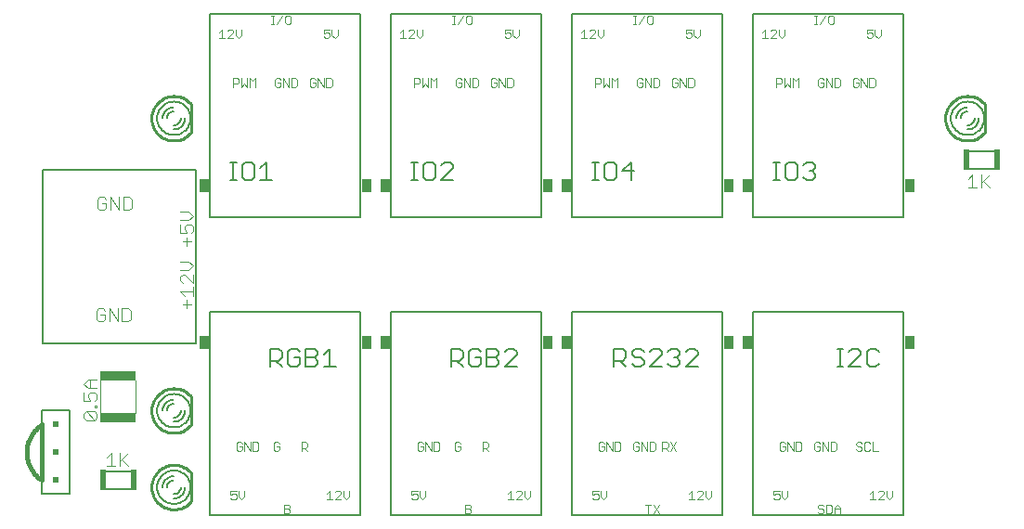
<source format=gto>
G75*
G70*
%OFA0B0*%
%FSLAX24Y24*%
%IPPOS*%
%LPD*%
%AMOC8*
5,1,8,0,0,1.08239X$1,22.5*
%
%ADD10C,0.0050*%
%ADD11C,0.0160*%
%ADD12R,0.0200X0.0200*%
%ADD13C,0.0080*%
%ADD14C,0.0060*%
%ADD15C,0.0010*%
%ADD16R,0.0364X0.0450*%
%ADD17C,0.0040*%
%ADD18C,0.0100*%
%ADD19R,0.0230X0.0720*%
%ADD20R,0.1299X0.0374*%
D10*
X000800Y003485D02*
X001800Y003485D01*
X001800Y006485D01*
X000800Y006485D01*
X000800Y005985D01*
X000800Y003985D02*
X000800Y003485D01*
X000826Y008914D02*
X006337Y008914D01*
X006337Y015135D01*
X000826Y015135D01*
X000826Y008914D01*
D11*
X000800Y005985D02*
X000800Y003985D01*
X000745Y004024D01*
X000692Y004066D01*
X000642Y004111D01*
X000594Y004159D01*
X000549Y004209D01*
X000507Y004262D01*
X000468Y004317D01*
X000432Y004374D01*
X000399Y004433D01*
X000370Y004494D01*
X000344Y004556D01*
X000322Y004620D01*
X000303Y004684D01*
X000288Y004750D01*
X000277Y004817D01*
X000269Y004884D01*
X000265Y004951D01*
X000265Y005019D01*
X000269Y005086D01*
X000277Y005153D01*
X000288Y005220D01*
X000303Y005286D01*
X000322Y005350D01*
X000344Y005414D01*
X000370Y005476D01*
X000399Y005537D01*
X000432Y005596D01*
X000468Y005653D01*
X000507Y005708D01*
X000549Y005761D01*
X000594Y005811D01*
X000642Y005859D01*
X000692Y005904D01*
X000745Y005946D01*
X000800Y005985D01*
D12*
X001300Y005985D03*
X001300Y004985D03*
X001300Y003985D03*
D13*
X006843Y002726D02*
X006843Y010049D01*
X012257Y010049D01*
X012257Y002726D01*
X006843Y002726D01*
X013343Y002726D02*
X013343Y010049D01*
X018757Y010049D01*
X018757Y002726D01*
X013343Y002726D01*
X019843Y002726D02*
X019843Y010049D01*
X025257Y010049D01*
X025257Y002726D01*
X019843Y002726D01*
X026343Y002726D02*
X026343Y010049D01*
X031757Y010049D01*
X031757Y002726D01*
X026343Y002726D01*
X026343Y013421D02*
X026343Y020745D01*
X031757Y020745D01*
X031757Y013421D01*
X026343Y013421D01*
X025257Y013421D02*
X025257Y020745D01*
X019843Y020745D01*
X019843Y013421D01*
X025257Y013421D01*
X018757Y013421D02*
X018757Y020745D01*
X013343Y020745D01*
X013343Y013421D01*
X018757Y013421D01*
X012257Y013421D02*
X012257Y020745D01*
X006843Y020745D01*
X006843Y013421D01*
X012257Y013421D01*
D14*
X014080Y014765D02*
X014294Y014765D01*
X014187Y014765D02*
X014187Y015406D01*
X014080Y015406D02*
X014294Y015406D01*
X014510Y015299D02*
X014510Y014872D01*
X014616Y014765D01*
X014830Y014765D01*
X014937Y014872D01*
X014937Y015299D01*
X014830Y015406D01*
X014616Y015406D01*
X014510Y015299D01*
X015154Y015299D02*
X015261Y015406D01*
X015475Y015406D01*
X015581Y015299D01*
X015581Y015192D01*
X015154Y014765D01*
X015581Y014765D01*
X020580Y014765D02*
X020794Y014765D01*
X020687Y014765D02*
X020687Y015406D01*
X020580Y015406D02*
X020794Y015406D01*
X021010Y015299D02*
X021010Y014872D01*
X021116Y014765D01*
X021330Y014765D01*
X021437Y014872D01*
X021437Y015299D01*
X021330Y015406D01*
X021116Y015406D01*
X021010Y015299D01*
X021654Y015085D02*
X022081Y015085D01*
X021975Y014765D02*
X021975Y015406D01*
X021654Y015085D01*
X027080Y014765D02*
X027294Y014765D01*
X027187Y014765D02*
X027187Y015406D01*
X027080Y015406D02*
X027294Y015406D01*
X027510Y015299D02*
X027510Y014872D01*
X027616Y014765D01*
X027830Y014765D01*
X027937Y014872D01*
X027937Y015299D01*
X027830Y015406D01*
X027616Y015406D01*
X027510Y015299D01*
X028154Y015299D02*
X028261Y015406D01*
X028475Y015406D01*
X028581Y015299D01*
X028581Y015192D01*
X028475Y015085D01*
X028581Y014979D01*
X028581Y014872D01*
X028475Y014765D01*
X028261Y014765D01*
X028154Y014872D01*
X028368Y015085D02*
X028475Y015085D01*
X034100Y015155D02*
X035000Y015155D01*
X035000Y015815D02*
X034100Y015815D01*
X033602Y016586D02*
X033571Y016624D01*
X033543Y016664D01*
X033519Y016706D01*
X033498Y016749D01*
X033481Y016795D01*
X033468Y016841D01*
X033458Y016889D01*
X033452Y016937D01*
X033450Y016985D01*
X034050Y017585D02*
X034097Y017583D01*
X034145Y017577D01*
X034191Y017568D01*
X034237Y017555D01*
X034281Y017539D01*
X034325Y017518D01*
X034366Y017495D01*
X034405Y017469D01*
X034442Y017439D01*
X034477Y017406D01*
X034509Y017371D01*
X034538Y017334D01*
X034050Y016385D02*
X034005Y016387D01*
X033959Y016392D01*
X033915Y016400D01*
X033871Y016412D01*
X033828Y016428D01*
X033786Y016446D01*
X033746Y016468D01*
X033708Y016492D01*
X033672Y016519D01*
X033637Y016549D01*
X033606Y016582D01*
X033576Y016617D01*
X034650Y016985D02*
X034648Y017032D01*
X034643Y017079D01*
X034633Y017125D01*
X034620Y017171D01*
X034604Y017215D01*
X034584Y017258D01*
X034561Y017299D01*
X034535Y017338D01*
X034506Y017375D01*
X034450Y016985D02*
X034448Y016946D01*
X034442Y016907D01*
X034433Y016869D01*
X034420Y016832D01*
X034403Y016796D01*
X034383Y016763D01*
X034359Y016731D01*
X034333Y016702D01*
X034304Y016676D01*
X034272Y016652D01*
X034239Y016632D01*
X034203Y016615D01*
X034166Y016602D01*
X034128Y016593D01*
X034089Y016587D01*
X034050Y016585D01*
X033450Y016985D02*
X033452Y017031D01*
X033457Y017077D01*
X033466Y017123D01*
X033478Y017167D01*
X033494Y017211D01*
X033513Y017253D01*
X033535Y017294D01*
X033561Y017332D01*
X033589Y017369D01*
X034050Y016385D02*
X034095Y016387D01*
X034141Y016392D01*
X034185Y016400D01*
X034229Y016412D01*
X034272Y016428D01*
X034314Y016446D01*
X034354Y016468D01*
X034392Y016492D01*
X034428Y016519D01*
X034463Y016549D01*
X034494Y016582D01*
X034524Y016617D01*
X034300Y016985D02*
X034298Y016955D01*
X034293Y016925D01*
X034284Y016896D01*
X034271Y016869D01*
X034256Y016843D01*
X034237Y016819D01*
X034216Y016798D01*
X034192Y016779D01*
X034166Y016764D01*
X034139Y016751D01*
X034110Y016742D01*
X034080Y016737D01*
X034050Y016735D01*
X033570Y017345D02*
X033599Y017381D01*
X033631Y017415D01*
X033666Y017446D01*
X033702Y017474D01*
X033741Y017499D01*
X033782Y017522D01*
X033824Y017541D01*
X033867Y017557D01*
X033912Y017569D01*
X033958Y017578D01*
X034004Y017583D01*
X034050Y017585D01*
X034650Y016985D02*
X034648Y016939D01*
X034643Y016893D01*
X034634Y016847D01*
X034622Y016803D01*
X034606Y016759D01*
X034587Y016717D01*
X034565Y016676D01*
X034539Y016638D01*
X034511Y016601D01*
X034050Y017385D02*
X034011Y017383D01*
X033972Y017377D01*
X033934Y017368D01*
X033897Y017355D01*
X033861Y017338D01*
X033828Y017318D01*
X033796Y017294D01*
X033767Y017268D01*
X033741Y017239D01*
X033717Y017207D01*
X033697Y017174D01*
X033680Y017138D01*
X033667Y017101D01*
X033658Y017063D01*
X033652Y017024D01*
X033650Y016985D01*
X033800Y016985D02*
X033802Y017015D01*
X033807Y017045D01*
X033816Y017074D01*
X033829Y017101D01*
X033844Y017127D01*
X033863Y017151D01*
X033884Y017172D01*
X033908Y017191D01*
X033934Y017206D01*
X033961Y017219D01*
X033990Y017228D01*
X034020Y017233D01*
X034050Y017235D01*
X030756Y008706D02*
X030542Y008706D01*
X030435Y008599D01*
X030435Y008172D01*
X030542Y008065D01*
X030756Y008065D01*
X030862Y008172D01*
X030218Y008065D02*
X029791Y008065D01*
X030218Y008492D01*
X030218Y008599D01*
X030111Y008706D01*
X029898Y008706D01*
X029791Y008599D01*
X029575Y008706D02*
X029361Y008706D01*
X029468Y008706D02*
X029468Y008065D01*
X029361Y008065D02*
X029575Y008065D01*
X030756Y008706D02*
X030862Y008599D01*
X024362Y008492D02*
X024362Y008599D01*
X024256Y008706D01*
X024042Y008706D01*
X023935Y008599D01*
X023718Y008599D02*
X023718Y008492D01*
X023611Y008385D01*
X023718Y008279D01*
X023718Y008172D01*
X023611Y008065D01*
X023398Y008065D01*
X023291Y008172D01*
X023073Y008065D02*
X022646Y008065D01*
X023073Y008492D01*
X023073Y008599D01*
X022967Y008706D01*
X022753Y008706D01*
X022646Y008599D01*
X022429Y008599D02*
X022322Y008706D01*
X022109Y008706D01*
X022002Y008599D01*
X022002Y008492D01*
X022109Y008385D01*
X022322Y008385D01*
X022429Y008279D01*
X022429Y008172D01*
X022322Y008065D01*
X022109Y008065D01*
X022002Y008172D01*
X021784Y008065D02*
X021571Y008279D01*
X021678Y008279D02*
X021357Y008279D01*
X021357Y008065D02*
X021357Y008706D01*
X021678Y008706D01*
X021784Y008599D01*
X021784Y008385D01*
X021678Y008279D01*
X023291Y008599D02*
X023398Y008706D01*
X023611Y008706D01*
X023718Y008599D01*
X023611Y008385D02*
X023504Y008385D01*
X023935Y008065D02*
X024362Y008492D01*
X024362Y008065D02*
X023935Y008065D01*
X017862Y008065D02*
X017435Y008065D01*
X017862Y008492D01*
X017862Y008599D01*
X017756Y008706D01*
X017542Y008706D01*
X017435Y008599D01*
X017218Y008599D02*
X017218Y008492D01*
X017111Y008385D01*
X016791Y008385D01*
X016573Y008385D02*
X016573Y008172D01*
X016467Y008065D01*
X016253Y008065D01*
X016146Y008172D01*
X016146Y008599D01*
X016253Y008706D01*
X016467Y008706D01*
X016573Y008599D01*
X016573Y008385D02*
X016360Y008385D01*
X015929Y008385D02*
X015929Y008599D01*
X015822Y008706D01*
X015502Y008706D01*
X015502Y008065D01*
X015502Y008279D02*
X015822Y008279D01*
X015929Y008385D01*
X015715Y008279D02*
X015929Y008065D01*
X016791Y008065D02*
X017111Y008065D01*
X017218Y008172D01*
X017218Y008279D01*
X017111Y008385D01*
X017218Y008599D02*
X017111Y008706D01*
X016791Y008706D01*
X016791Y008065D01*
X011362Y008065D02*
X010935Y008065D01*
X011149Y008065D02*
X011149Y008706D01*
X010935Y008492D01*
X010718Y008492D02*
X010718Y008599D01*
X010611Y008706D01*
X010291Y008706D01*
X010291Y008065D01*
X010611Y008065D01*
X010718Y008172D01*
X010718Y008279D01*
X010611Y008385D01*
X010291Y008385D01*
X010073Y008385D02*
X010073Y008172D01*
X009967Y008065D01*
X009753Y008065D01*
X009646Y008172D01*
X009646Y008599D01*
X009753Y008706D01*
X009967Y008706D01*
X010073Y008599D01*
X010073Y008385D02*
X009860Y008385D01*
X009429Y008385D02*
X009429Y008599D01*
X009322Y008706D01*
X009002Y008706D01*
X009002Y008065D01*
X009002Y008279D02*
X009322Y008279D01*
X009429Y008385D01*
X009215Y008279D02*
X009429Y008065D01*
X010611Y008385D02*
X010718Y008492D01*
X005550Y005885D02*
X005505Y005887D01*
X005459Y005892D01*
X005415Y005900D01*
X005371Y005912D01*
X005328Y005928D01*
X005286Y005946D01*
X005246Y005968D01*
X005208Y005992D01*
X005172Y006019D01*
X005137Y006049D01*
X005106Y006082D01*
X005076Y006117D01*
X005102Y006086D02*
X005071Y006124D01*
X005043Y006164D01*
X005019Y006206D01*
X004998Y006249D01*
X004981Y006295D01*
X004968Y006341D01*
X004958Y006389D01*
X004952Y006437D01*
X004950Y006485D01*
X005550Y007085D02*
X005597Y007083D01*
X005645Y007077D01*
X005691Y007068D01*
X005737Y007055D01*
X005781Y007039D01*
X005825Y007018D01*
X005866Y006995D01*
X005905Y006969D01*
X005942Y006939D01*
X005977Y006906D01*
X006009Y006871D01*
X006038Y006834D01*
X006150Y006485D02*
X006148Y006439D01*
X006143Y006393D01*
X006134Y006347D01*
X006122Y006303D01*
X006106Y006259D01*
X006087Y006217D01*
X006065Y006176D01*
X006039Y006138D01*
X006011Y006101D01*
X006150Y006485D02*
X006148Y006532D01*
X006143Y006579D01*
X006133Y006625D01*
X006120Y006671D01*
X006104Y006715D01*
X006084Y006758D01*
X006061Y006799D01*
X006035Y006838D01*
X006006Y006875D01*
X005950Y006485D02*
X005948Y006446D01*
X005942Y006407D01*
X005933Y006369D01*
X005920Y006332D01*
X005903Y006296D01*
X005883Y006263D01*
X005859Y006231D01*
X005833Y006202D01*
X005804Y006176D01*
X005772Y006152D01*
X005739Y006132D01*
X005703Y006115D01*
X005666Y006102D01*
X005628Y006093D01*
X005589Y006087D01*
X005550Y006085D01*
X004950Y006485D02*
X004952Y006531D01*
X004957Y006577D01*
X004966Y006623D01*
X004978Y006667D01*
X004994Y006711D01*
X005013Y006753D01*
X005035Y006794D01*
X005061Y006832D01*
X005089Y006869D01*
X005550Y005885D02*
X005595Y005887D01*
X005641Y005892D01*
X005685Y005900D01*
X005729Y005912D01*
X005772Y005928D01*
X005814Y005946D01*
X005854Y005968D01*
X005892Y005992D01*
X005928Y006019D01*
X005963Y006049D01*
X005994Y006082D01*
X006024Y006117D01*
X005800Y006485D02*
X005798Y006455D01*
X005793Y006425D01*
X005784Y006396D01*
X005771Y006369D01*
X005756Y006343D01*
X005737Y006319D01*
X005716Y006298D01*
X005692Y006279D01*
X005666Y006264D01*
X005639Y006251D01*
X005610Y006242D01*
X005580Y006237D01*
X005550Y006235D01*
X005070Y006845D02*
X005099Y006881D01*
X005131Y006915D01*
X005166Y006946D01*
X005202Y006974D01*
X005241Y006999D01*
X005282Y007022D01*
X005324Y007041D01*
X005367Y007057D01*
X005412Y007069D01*
X005458Y007078D01*
X005504Y007083D01*
X005550Y007085D01*
X005550Y006885D02*
X005511Y006883D01*
X005472Y006877D01*
X005434Y006868D01*
X005397Y006855D01*
X005361Y006838D01*
X005328Y006818D01*
X005296Y006794D01*
X005267Y006768D01*
X005241Y006739D01*
X005217Y006707D01*
X005197Y006674D01*
X005180Y006638D01*
X005167Y006601D01*
X005158Y006563D01*
X005152Y006524D01*
X005150Y006485D01*
X005300Y006485D02*
X005302Y006515D01*
X005307Y006545D01*
X005316Y006574D01*
X005329Y006601D01*
X005344Y006627D01*
X005363Y006651D01*
X005384Y006672D01*
X005408Y006691D01*
X005434Y006706D01*
X005461Y006719D01*
X005490Y006728D01*
X005520Y006733D01*
X005550Y006735D01*
X004000Y004315D02*
X003100Y004315D01*
X003100Y003655D02*
X004000Y003655D01*
X005550Y004335D02*
X005597Y004333D01*
X005645Y004327D01*
X005691Y004318D01*
X005737Y004305D01*
X005781Y004289D01*
X005825Y004268D01*
X005866Y004245D01*
X005905Y004219D01*
X005942Y004189D01*
X005977Y004156D01*
X006009Y004121D01*
X006038Y004084D01*
X005550Y003135D02*
X005505Y003137D01*
X005459Y003142D01*
X005415Y003150D01*
X005371Y003162D01*
X005328Y003178D01*
X005286Y003196D01*
X005246Y003218D01*
X005208Y003242D01*
X005172Y003269D01*
X005137Y003299D01*
X005106Y003332D01*
X005076Y003367D01*
X005102Y003336D02*
X005071Y003374D01*
X005043Y003414D01*
X005019Y003456D01*
X004998Y003499D01*
X004981Y003545D01*
X004968Y003591D01*
X004958Y003639D01*
X004952Y003687D01*
X004950Y003735D01*
X005550Y003135D02*
X005595Y003137D01*
X005641Y003142D01*
X005685Y003150D01*
X005729Y003162D01*
X005772Y003178D01*
X005814Y003196D01*
X005854Y003218D01*
X005892Y003242D01*
X005928Y003269D01*
X005963Y003299D01*
X005994Y003332D01*
X006024Y003367D01*
X006150Y003735D02*
X006148Y003782D01*
X006143Y003829D01*
X006133Y003875D01*
X006120Y003921D01*
X006104Y003965D01*
X006084Y004008D01*
X006061Y004049D01*
X006035Y004088D01*
X006006Y004125D01*
X005950Y003735D02*
X005948Y003696D01*
X005942Y003657D01*
X005933Y003619D01*
X005920Y003582D01*
X005903Y003546D01*
X005883Y003513D01*
X005859Y003481D01*
X005833Y003452D01*
X005804Y003426D01*
X005772Y003402D01*
X005739Y003382D01*
X005703Y003365D01*
X005666Y003352D01*
X005628Y003343D01*
X005589Y003337D01*
X005550Y003335D01*
X004950Y003735D02*
X004952Y003781D01*
X004957Y003827D01*
X004966Y003873D01*
X004978Y003917D01*
X004994Y003961D01*
X005013Y004003D01*
X005035Y004044D01*
X005061Y004082D01*
X005089Y004119D01*
X006150Y003735D02*
X006148Y003689D01*
X006143Y003643D01*
X006134Y003597D01*
X006122Y003553D01*
X006106Y003509D01*
X006087Y003467D01*
X006065Y003426D01*
X006039Y003388D01*
X006011Y003351D01*
X005550Y004335D02*
X005504Y004333D01*
X005458Y004328D01*
X005412Y004319D01*
X005367Y004307D01*
X005324Y004291D01*
X005282Y004272D01*
X005241Y004249D01*
X005202Y004224D01*
X005166Y004196D01*
X005131Y004165D01*
X005099Y004131D01*
X005070Y004095D01*
X005550Y003485D02*
X005580Y003487D01*
X005610Y003492D01*
X005639Y003501D01*
X005666Y003514D01*
X005692Y003529D01*
X005716Y003548D01*
X005737Y003569D01*
X005756Y003593D01*
X005771Y003619D01*
X005784Y003646D01*
X005793Y003675D01*
X005798Y003705D01*
X005800Y003735D01*
X005550Y004135D02*
X005511Y004133D01*
X005472Y004127D01*
X005434Y004118D01*
X005397Y004105D01*
X005361Y004088D01*
X005328Y004068D01*
X005296Y004044D01*
X005267Y004018D01*
X005241Y003989D01*
X005217Y003957D01*
X005197Y003924D01*
X005180Y003888D01*
X005167Y003851D01*
X005158Y003813D01*
X005152Y003774D01*
X005150Y003735D01*
X005300Y003735D02*
X005302Y003765D01*
X005307Y003795D01*
X005316Y003824D01*
X005329Y003851D01*
X005344Y003877D01*
X005363Y003901D01*
X005384Y003922D01*
X005408Y003941D01*
X005434Y003956D01*
X005461Y003969D01*
X005490Y003978D01*
X005520Y003983D01*
X005550Y003985D01*
X007580Y014765D02*
X007794Y014765D01*
X007687Y014765D02*
X007687Y015406D01*
X007580Y015406D02*
X007794Y015406D01*
X008010Y015299D02*
X008010Y014872D01*
X008116Y014765D01*
X008330Y014765D01*
X008437Y014872D01*
X008437Y015299D01*
X008330Y015406D01*
X008116Y015406D01*
X008010Y015299D01*
X008654Y015192D02*
X008868Y015406D01*
X008868Y014765D01*
X009081Y014765D02*
X008654Y014765D01*
X005102Y016586D02*
X005071Y016624D01*
X005043Y016664D01*
X005019Y016706D01*
X004998Y016749D01*
X004981Y016795D01*
X004968Y016841D01*
X004958Y016889D01*
X004952Y016937D01*
X004950Y016985D01*
X005550Y017585D02*
X005597Y017583D01*
X005645Y017577D01*
X005691Y017568D01*
X005737Y017555D01*
X005781Y017539D01*
X005825Y017518D01*
X005866Y017495D01*
X005905Y017469D01*
X005942Y017439D01*
X005977Y017406D01*
X006009Y017371D01*
X006038Y017334D01*
X005550Y016385D02*
X005505Y016387D01*
X005459Y016392D01*
X005415Y016400D01*
X005371Y016412D01*
X005328Y016428D01*
X005286Y016446D01*
X005246Y016468D01*
X005208Y016492D01*
X005172Y016519D01*
X005137Y016549D01*
X005106Y016582D01*
X005076Y016617D01*
X006150Y016985D02*
X006148Y017032D01*
X006143Y017079D01*
X006133Y017125D01*
X006120Y017171D01*
X006104Y017215D01*
X006084Y017258D01*
X006061Y017299D01*
X006035Y017338D01*
X006006Y017375D01*
X005950Y016985D02*
X005948Y016946D01*
X005942Y016907D01*
X005933Y016869D01*
X005920Y016832D01*
X005903Y016796D01*
X005883Y016763D01*
X005859Y016731D01*
X005833Y016702D01*
X005804Y016676D01*
X005772Y016652D01*
X005739Y016632D01*
X005703Y016615D01*
X005666Y016602D01*
X005628Y016593D01*
X005589Y016587D01*
X005550Y016585D01*
X004950Y016985D02*
X004952Y017031D01*
X004957Y017077D01*
X004966Y017123D01*
X004978Y017167D01*
X004994Y017211D01*
X005013Y017253D01*
X005035Y017294D01*
X005061Y017332D01*
X005089Y017369D01*
X005550Y016385D02*
X005595Y016387D01*
X005641Y016392D01*
X005685Y016400D01*
X005729Y016412D01*
X005772Y016428D01*
X005814Y016446D01*
X005854Y016468D01*
X005892Y016492D01*
X005928Y016519D01*
X005963Y016549D01*
X005994Y016582D01*
X006024Y016617D01*
X005800Y016985D02*
X005798Y016955D01*
X005793Y016925D01*
X005784Y016896D01*
X005771Y016869D01*
X005756Y016843D01*
X005737Y016819D01*
X005716Y016798D01*
X005692Y016779D01*
X005666Y016764D01*
X005639Y016751D01*
X005610Y016742D01*
X005580Y016737D01*
X005550Y016735D01*
X005070Y017345D02*
X005099Y017381D01*
X005131Y017415D01*
X005166Y017446D01*
X005202Y017474D01*
X005241Y017499D01*
X005282Y017522D01*
X005324Y017541D01*
X005367Y017557D01*
X005412Y017569D01*
X005458Y017578D01*
X005504Y017583D01*
X005550Y017585D01*
X006150Y016985D02*
X006148Y016939D01*
X006143Y016893D01*
X006134Y016847D01*
X006122Y016803D01*
X006106Y016759D01*
X006087Y016717D01*
X006065Y016676D01*
X006039Y016638D01*
X006011Y016601D01*
X005550Y017385D02*
X005511Y017383D01*
X005472Y017377D01*
X005434Y017368D01*
X005397Y017355D01*
X005361Y017338D01*
X005328Y017318D01*
X005296Y017294D01*
X005267Y017268D01*
X005241Y017239D01*
X005217Y017207D01*
X005197Y017174D01*
X005180Y017138D01*
X005167Y017101D01*
X005158Y017063D01*
X005152Y017024D01*
X005150Y016985D01*
X005300Y016985D02*
X005302Y017015D01*
X005307Y017045D01*
X005316Y017074D01*
X005329Y017101D01*
X005344Y017127D01*
X005363Y017151D01*
X005384Y017172D01*
X005408Y017191D01*
X005434Y017206D01*
X005461Y017219D01*
X005490Y017228D01*
X005520Y017233D01*
X005550Y017235D01*
D15*
X007680Y018115D02*
X007680Y018425D01*
X007835Y018425D01*
X007887Y018374D01*
X007887Y018270D01*
X007835Y018218D01*
X007680Y018218D01*
X007975Y018115D02*
X008078Y018218D01*
X008181Y018115D01*
X008181Y018425D01*
X008269Y018425D02*
X008373Y018322D01*
X008476Y018425D01*
X008476Y018115D01*
X008269Y018115D02*
X008269Y018425D01*
X007975Y018425D02*
X007975Y018115D01*
X009180Y018167D02*
X009232Y018115D01*
X009335Y018115D01*
X009387Y018167D01*
X009387Y018270D01*
X009283Y018270D01*
X009180Y018167D02*
X009180Y018374D01*
X009232Y018425D01*
X009335Y018425D01*
X009387Y018374D01*
X009475Y018425D02*
X009681Y018115D01*
X009681Y018425D01*
X009769Y018425D02*
X009924Y018425D01*
X009976Y018374D01*
X009976Y018167D01*
X009924Y018115D01*
X009769Y018115D01*
X009769Y018425D01*
X009475Y018425D02*
X009475Y018115D01*
X010430Y018167D02*
X010482Y018115D01*
X010585Y018115D01*
X010637Y018167D01*
X010637Y018270D01*
X010533Y018270D01*
X010430Y018167D02*
X010430Y018374D01*
X010482Y018425D01*
X010585Y018425D01*
X010637Y018374D01*
X010725Y018425D02*
X010725Y018115D01*
X010931Y018115D02*
X010931Y018425D01*
X011019Y018425D02*
X011174Y018425D01*
X011226Y018374D01*
X011226Y018167D01*
X011174Y018115D01*
X011019Y018115D01*
X011019Y018425D01*
X010725Y018425D02*
X010931Y018115D01*
X010982Y019865D02*
X010930Y019917D01*
X010982Y019865D02*
X011085Y019865D01*
X011137Y019917D01*
X011137Y020020D01*
X011085Y020072D01*
X011033Y020072D01*
X010930Y020020D01*
X010930Y020175D01*
X011137Y020175D01*
X011225Y020175D02*
X011225Y019968D01*
X011328Y019865D01*
X011431Y019968D01*
X011431Y020175D01*
X009753Y020417D02*
X009701Y020365D01*
X009598Y020365D01*
X009546Y020417D01*
X009546Y020624D01*
X009598Y020675D01*
X009701Y020675D01*
X009753Y020624D01*
X009753Y020417D01*
X009458Y020675D02*
X009251Y020365D01*
X009158Y020365D02*
X009055Y020365D01*
X009107Y020365D02*
X009107Y020675D01*
X009158Y020675D02*
X009055Y020675D01*
X007976Y020175D02*
X007976Y019968D01*
X007873Y019865D01*
X007769Y019968D01*
X007769Y020175D01*
X007681Y020124D02*
X007630Y020175D01*
X007526Y020175D01*
X007475Y020124D01*
X007283Y020175D02*
X007180Y020072D01*
X007283Y020175D02*
X007283Y019865D01*
X007180Y019865D02*
X007387Y019865D01*
X007475Y019865D02*
X007681Y020072D01*
X007681Y020124D01*
X007681Y019865D02*
X007475Y019865D01*
X013680Y019865D02*
X013887Y019865D01*
X013975Y019865D02*
X014181Y020072D01*
X014181Y020124D01*
X014130Y020175D01*
X014026Y020175D01*
X013975Y020124D01*
X013783Y020175D02*
X013783Y019865D01*
X013975Y019865D02*
X014181Y019865D01*
X014269Y019968D02*
X014373Y019865D01*
X014476Y019968D01*
X014476Y020175D01*
X014269Y020175D02*
X014269Y019968D01*
X013783Y020175D02*
X013680Y020072D01*
X015555Y020365D02*
X015658Y020365D01*
X015607Y020365D02*
X015607Y020675D01*
X015658Y020675D02*
X015555Y020675D01*
X015751Y020365D02*
X015958Y020675D01*
X016046Y020624D02*
X016046Y020417D01*
X016098Y020365D01*
X016201Y020365D01*
X016253Y020417D01*
X016253Y020624D01*
X016201Y020675D01*
X016098Y020675D01*
X016046Y020624D01*
X017430Y020175D02*
X017430Y020020D01*
X017533Y020072D01*
X017585Y020072D01*
X017637Y020020D01*
X017637Y019917D01*
X017585Y019865D01*
X017482Y019865D01*
X017430Y019917D01*
X017725Y019968D02*
X017828Y019865D01*
X017931Y019968D01*
X017931Y020175D01*
X017725Y020175D02*
X017725Y019968D01*
X017637Y020175D02*
X017430Y020175D01*
X020180Y020072D02*
X020283Y020175D01*
X020283Y019865D01*
X020180Y019865D02*
X020387Y019865D01*
X020475Y019865D02*
X020681Y020072D01*
X020681Y020124D01*
X020630Y020175D01*
X020526Y020175D01*
X020475Y020124D01*
X020475Y019865D02*
X020681Y019865D01*
X020769Y019968D02*
X020873Y019865D01*
X020976Y019968D01*
X020976Y020175D01*
X020769Y020175D02*
X020769Y019968D01*
X022055Y020365D02*
X022158Y020365D01*
X022107Y020365D02*
X022107Y020675D01*
X022158Y020675D02*
X022055Y020675D01*
X022251Y020365D02*
X022458Y020675D01*
X022546Y020624D02*
X022546Y020417D01*
X022598Y020365D01*
X022701Y020365D01*
X022753Y020417D01*
X022753Y020624D01*
X022701Y020675D01*
X022598Y020675D01*
X022546Y020624D01*
X023930Y020175D02*
X023930Y020020D01*
X024033Y020072D01*
X024085Y020072D01*
X024137Y020020D01*
X024137Y019917D01*
X024085Y019865D01*
X023982Y019865D01*
X023930Y019917D01*
X024225Y019968D02*
X024328Y019865D01*
X024431Y019968D01*
X024431Y020175D01*
X024225Y020175D02*
X024225Y019968D01*
X024137Y020175D02*
X023930Y020175D01*
X026680Y020072D02*
X026783Y020175D01*
X026783Y019865D01*
X026680Y019865D02*
X026887Y019865D01*
X026975Y019865D02*
X027181Y020072D01*
X027181Y020124D01*
X027130Y020175D01*
X027026Y020175D01*
X026975Y020124D01*
X026975Y019865D02*
X027181Y019865D01*
X027269Y019968D02*
X027373Y019865D01*
X027476Y019968D01*
X027476Y020175D01*
X027269Y020175D02*
X027269Y019968D01*
X028555Y020365D02*
X028658Y020365D01*
X028607Y020365D02*
X028607Y020675D01*
X028658Y020675D02*
X028555Y020675D01*
X028751Y020365D02*
X028958Y020675D01*
X029046Y020624D02*
X029046Y020417D01*
X029098Y020365D01*
X029201Y020365D01*
X029253Y020417D01*
X029253Y020624D01*
X029201Y020675D01*
X029098Y020675D01*
X029046Y020624D01*
X030430Y020175D02*
X030430Y020020D01*
X030533Y020072D01*
X030585Y020072D01*
X030637Y020020D01*
X030637Y019917D01*
X030585Y019865D01*
X030482Y019865D01*
X030430Y019917D01*
X030725Y019968D02*
X030828Y019865D01*
X030931Y019968D01*
X030931Y020175D01*
X030725Y020175D02*
X030725Y019968D01*
X030637Y020175D02*
X030430Y020175D01*
X030431Y018425D02*
X030431Y018115D01*
X030225Y018425D01*
X030225Y018115D01*
X030137Y018167D02*
X030137Y018270D01*
X030033Y018270D01*
X029930Y018167D02*
X029982Y018115D01*
X030085Y018115D01*
X030137Y018167D01*
X030137Y018374D02*
X030085Y018425D01*
X029982Y018425D01*
X029930Y018374D01*
X029930Y018167D01*
X029476Y018167D02*
X029424Y018115D01*
X029269Y018115D01*
X029269Y018425D01*
X029424Y018425D01*
X029476Y018374D01*
X029476Y018167D01*
X029181Y018115D02*
X029181Y018425D01*
X028975Y018425D02*
X029181Y018115D01*
X028975Y018115D02*
X028975Y018425D01*
X028887Y018374D02*
X028835Y018425D01*
X028732Y018425D01*
X028680Y018374D01*
X028680Y018167D01*
X028732Y018115D01*
X028835Y018115D01*
X028887Y018167D01*
X028887Y018270D01*
X028783Y018270D01*
X027976Y018425D02*
X027976Y018115D01*
X027769Y018115D02*
X027769Y018425D01*
X027873Y018322D01*
X027976Y018425D01*
X027681Y018425D02*
X027681Y018115D01*
X027578Y018218D01*
X027475Y018115D01*
X027475Y018425D01*
X027387Y018374D02*
X027335Y018425D01*
X027180Y018425D01*
X027180Y018115D01*
X027180Y018218D02*
X027335Y018218D01*
X027387Y018270D01*
X027387Y018374D01*
X030519Y018425D02*
X030519Y018115D01*
X030674Y018115D01*
X030726Y018167D01*
X030726Y018374D01*
X030674Y018425D01*
X030519Y018425D01*
X024226Y018374D02*
X024174Y018425D01*
X024019Y018425D01*
X024019Y018115D01*
X024174Y018115D01*
X024226Y018167D01*
X024226Y018374D01*
X023931Y018425D02*
X023931Y018115D01*
X023725Y018425D01*
X023725Y018115D01*
X023637Y018167D02*
X023585Y018115D01*
X023482Y018115D01*
X023430Y018167D01*
X023430Y018374D01*
X023482Y018425D01*
X023585Y018425D01*
X023637Y018374D01*
X023637Y018270D02*
X023533Y018270D01*
X023637Y018270D02*
X023637Y018167D01*
X022976Y018167D02*
X022924Y018115D01*
X022769Y018115D01*
X022769Y018425D01*
X022924Y018425D01*
X022976Y018374D01*
X022976Y018167D01*
X022681Y018115D02*
X022475Y018425D01*
X022475Y018115D01*
X022387Y018167D02*
X022335Y018115D01*
X022232Y018115D01*
X022180Y018167D01*
X022180Y018374D01*
X022232Y018425D01*
X022335Y018425D01*
X022387Y018374D01*
X022387Y018270D02*
X022283Y018270D01*
X022387Y018270D02*
X022387Y018167D01*
X022681Y018115D02*
X022681Y018425D01*
X021476Y018425D02*
X021476Y018115D01*
X021269Y018115D02*
X021269Y018425D01*
X021373Y018322D01*
X021476Y018425D01*
X021181Y018425D02*
X021181Y018115D01*
X021078Y018218D01*
X020975Y018115D01*
X020975Y018425D01*
X020887Y018374D02*
X020835Y018425D01*
X020680Y018425D01*
X020680Y018115D01*
X020680Y018218D02*
X020835Y018218D01*
X020887Y018270D01*
X020887Y018374D01*
X017726Y018374D02*
X017674Y018425D01*
X017519Y018425D01*
X017519Y018115D01*
X017674Y018115D01*
X017726Y018167D01*
X017726Y018374D01*
X017431Y018425D02*
X017431Y018115D01*
X017225Y018425D01*
X017225Y018115D01*
X017137Y018167D02*
X017085Y018115D01*
X016982Y018115D01*
X016930Y018167D01*
X016930Y018374D01*
X016982Y018425D01*
X017085Y018425D01*
X017137Y018374D01*
X017137Y018270D02*
X017033Y018270D01*
X017137Y018270D02*
X017137Y018167D01*
X016476Y018167D02*
X016424Y018115D01*
X016269Y018115D01*
X016269Y018425D01*
X016424Y018425D01*
X016476Y018374D01*
X016476Y018167D01*
X016181Y018115D02*
X016181Y018425D01*
X015975Y018425D02*
X016181Y018115D01*
X015975Y018115D02*
X015975Y018425D01*
X015887Y018374D02*
X015835Y018425D01*
X015732Y018425D01*
X015680Y018374D01*
X015680Y018167D01*
X015732Y018115D01*
X015835Y018115D01*
X015887Y018167D01*
X015887Y018270D01*
X015783Y018270D01*
X014976Y018425D02*
X014976Y018115D01*
X014769Y018115D02*
X014769Y018425D01*
X014873Y018322D01*
X014976Y018425D01*
X014681Y018425D02*
X014681Y018115D01*
X014578Y018218D01*
X014475Y018115D01*
X014475Y018425D01*
X014387Y018374D02*
X014335Y018425D01*
X014180Y018425D01*
X014180Y018115D01*
X014180Y018218D02*
X014335Y018218D01*
X014387Y018270D01*
X014387Y018374D01*
X014348Y005355D02*
X014296Y005304D01*
X014296Y005097D01*
X014348Y005045D01*
X014451Y005045D01*
X014503Y005097D01*
X014503Y005200D01*
X014399Y005200D01*
X014503Y005304D02*
X014451Y005355D01*
X014348Y005355D01*
X014591Y005355D02*
X014798Y005045D01*
X014798Y005355D01*
X014885Y005355D02*
X015040Y005355D01*
X015092Y005304D01*
X015092Y005097D01*
X015040Y005045D01*
X014885Y005045D01*
X014885Y005355D01*
X014591Y005355D02*
X014591Y005045D01*
X015635Y005097D02*
X015687Y005045D01*
X015790Y005045D01*
X015842Y005097D01*
X015842Y005200D01*
X015739Y005200D01*
X015842Y005304D02*
X015790Y005355D01*
X015687Y005355D01*
X015635Y005304D01*
X015635Y005097D01*
X016635Y005148D02*
X016790Y005148D01*
X016842Y005200D01*
X016842Y005304D01*
X016790Y005355D01*
X016635Y005355D01*
X016635Y005045D01*
X016739Y005148D02*
X016842Y005045D01*
X017649Y003605D02*
X017649Y003295D01*
X017546Y003295D02*
X017753Y003295D01*
X017841Y003295D02*
X018048Y003502D01*
X018048Y003554D01*
X017996Y003605D01*
X017892Y003605D01*
X017841Y003554D01*
X017649Y003605D02*
X017546Y003502D01*
X017841Y003295D02*
X018048Y003295D01*
X018135Y003398D02*
X018239Y003295D01*
X018342Y003398D01*
X018342Y003605D01*
X018135Y003605D02*
X018135Y003398D01*
X016217Y003054D02*
X016217Y003002D01*
X016165Y002950D01*
X016010Y002950D01*
X016010Y002795D02*
X016010Y003105D01*
X016165Y003105D01*
X016217Y003054D01*
X016165Y002950D02*
X016217Y002898D01*
X016217Y002847D01*
X016165Y002795D01*
X016010Y002795D01*
X014592Y003398D02*
X014592Y003605D01*
X014592Y003398D02*
X014489Y003295D01*
X014385Y003398D01*
X014385Y003605D01*
X014298Y003605D02*
X014091Y003605D01*
X014091Y003450D01*
X014194Y003502D01*
X014246Y003502D01*
X014298Y003450D01*
X014298Y003347D01*
X014246Y003295D01*
X014142Y003295D01*
X014091Y003347D01*
X011842Y003398D02*
X011739Y003295D01*
X011635Y003398D01*
X011635Y003605D01*
X011548Y003554D02*
X011496Y003605D01*
X011392Y003605D01*
X011341Y003554D01*
X011149Y003605D02*
X011149Y003295D01*
X011046Y003295D02*
X011253Y003295D01*
X011341Y003295D02*
X011548Y003502D01*
X011548Y003554D01*
X011548Y003295D02*
X011341Y003295D01*
X011046Y003502D02*
X011149Y003605D01*
X011842Y003605D02*
X011842Y003398D01*
X009717Y003054D02*
X009717Y003002D01*
X009665Y002950D01*
X009510Y002950D01*
X009510Y002795D02*
X009510Y003105D01*
X009665Y003105D01*
X009717Y003054D01*
X009665Y002950D02*
X009717Y002898D01*
X009717Y002847D01*
X009665Y002795D01*
X009510Y002795D01*
X008092Y003398D02*
X008092Y003605D01*
X008092Y003398D02*
X007989Y003295D01*
X007885Y003398D01*
X007885Y003605D01*
X007798Y003605D02*
X007591Y003605D01*
X007591Y003450D01*
X007694Y003502D01*
X007746Y003502D01*
X007798Y003450D01*
X007798Y003347D01*
X007746Y003295D01*
X007642Y003295D01*
X007591Y003347D01*
X007848Y005045D02*
X007951Y005045D01*
X008003Y005097D01*
X008003Y005200D01*
X007899Y005200D01*
X007796Y005097D02*
X007796Y005304D01*
X007848Y005355D01*
X007951Y005355D01*
X008003Y005304D01*
X008091Y005355D02*
X008298Y005045D01*
X008298Y005355D01*
X008385Y005355D02*
X008540Y005355D01*
X008592Y005304D01*
X008592Y005097D01*
X008540Y005045D01*
X008385Y005045D01*
X008385Y005355D01*
X008091Y005355D02*
X008091Y005045D01*
X007848Y005045D02*
X007796Y005097D01*
X009135Y005097D02*
X009187Y005045D01*
X009290Y005045D01*
X009342Y005097D01*
X009342Y005200D01*
X009239Y005200D01*
X009342Y005304D02*
X009290Y005355D01*
X009187Y005355D01*
X009135Y005304D01*
X009135Y005097D01*
X010135Y005148D02*
X010290Y005148D01*
X010342Y005200D01*
X010342Y005304D01*
X010290Y005355D01*
X010135Y005355D01*
X010135Y005045D01*
X010239Y005148D02*
X010342Y005045D01*
X020591Y003605D02*
X020591Y003450D01*
X020694Y003502D01*
X020746Y003502D01*
X020798Y003450D01*
X020798Y003347D01*
X020746Y003295D01*
X020642Y003295D01*
X020591Y003347D01*
X020885Y003398D02*
X020989Y003295D01*
X021092Y003398D01*
X021092Y003605D01*
X020885Y003605D02*
X020885Y003398D01*
X020798Y003605D02*
X020591Y003605D01*
X022466Y003105D02*
X022673Y003105D01*
X022760Y003105D02*
X022967Y002795D01*
X022760Y002795D02*
X022967Y003105D01*
X022569Y003105D02*
X022569Y002795D01*
X024046Y003295D02*
X024253Y003295D01*
X024341Y003295D02*
X024548Y003502D01*
X024548Y003554D01*
X024496Y003605D01*
X024392Y003605D01*
X024341Y003554D01*
X024149Y003605D02*
X024149Y003295D01*
X024341Y003295D02*
X024548Y003295D01*
X024635Y003398D02*
X024739Y003295D01*
X024842Y003398D01*
X024842Y003605D01*
X024635Y003605D02*
X024635Y003398D01*
X024149Y003605D02*
X024046Y003502D01*
X023592Y005045D02*
X023385Y005355D01*
X023298Y005304D02*
X023298Y005200D01*
X023246Y005148D01*
X023091Y005148D01*
X023091Y005045D02*
X023091Y005355D01*
X023246Y005355D01*
X023298Y005304D01*
X023194Y005148D02*
X023298Y005045D01*
X023385Y005045D02*
X023592Y005355D01*
X022842Y005304D02*
X022842Y005097D01*
X022790Y005045D01*
X022635Y005045D01*
X022635Y005355D01*
X022790Y005355D01*
X022842Y005304D01*
X022548Y005355D02*
X022548Y005045D01*
X022341Y005355D01*
X022341Y005045D01*
X022253Y005097D02*
X022253Y005200D01*
X022149Y005200D01*
X022046Y005097D02*
X022046Y005304D01*
X022098Y005355D01*
X022201Y005355D01*
X022253Y005304D01*
X022253Y005097D02*
X022201Y005045D01*
X022098Y005045D01*
X022046Y005097D01*
X021592Y005097D02*
X021592Y005304D01*
X021540Y005355D01*
X021385Y005355D01*
X021385Y005045D01*
X021540Y005045D01*
X021592Y005097D01*
X021298Y005045D02*
X021298Y005355D01*
X021091Y005355D02*
X021091Y005045D01*
X021003Y005097D02*
X021003Y005200D01*
X020899Y005200D01*
X020796Y005097D02*
X020796Y005304D01*
X020848Y005355D01*
X020951Y005355D01*
X021003Y005304D01*
X021091Y005355D02*
X021298Y005045D01*
X021003Y005097D02*
X020951Y005045D01*
X020848Y005045D01*
X020796Y005097D01*
X027091Y003605D02*
X027091Y003450D01*
X027194Y003502D01*
X027246Y003502D01*
X027298Y003450D01*
X027298Y003347D01*
X027246Y003295D01*
X027142Y003295D01*
X027091Y003347D01*
X027385Y003398D02*
X027489Y003295D01*
X027592Y003398D01*
X027592Y003605D01*
X027385Y003605D02*
X027385Y003398D01*
X027298Y003605D02*
X027091Y003605D01*
X028671Y003054D02*
X028671Y003002D01*
X028723Y002950D01*
X028826Y002950D01*
X028878Y002898D01*
X028878Y002847D01*
X028826Y002795D01*
X028723Y002795D01*
X028671Y002847D01*
X028671Y003054D02*
X028723Y003105D01*
X028826Y003105D01*
X028878Y003054D01*
X028966Y003105D02*
X029121Y003105D01*
X029173Y003054D01*
X029173Y002847D01*
X029121Y002795D01*
X028966Y002795D01*
X028966Y003105D01*
X029260Y003002D02*
X029260Y002795D01*
X029260Y002950D02*
X029467Y002950D01*
X029467Y003002D02*
X029467Y002795D01*
X029467Y003002D02*
X029364Y003105D01*
X029260Y003002D01*
X030546Y003295D02*
X030753Y003295D01*
X030841Y003295D02*
X031048Y003502D01*
X031048Y003554D01*
X030996Y003605D01*
X030892Y003605D01*
X030841Y003554D01*
X030649Y003605D02*
X030546Y003502D01*
X030649Y003605D02*
X030649Y003295D01*
X030841Y003295D02*
X031048Y003295D01*
X031135Y003398D02*
X031239Y003295D01*
X031342Y003398D01*
X031342Y003605D01*
X031135Y003605D02*
X031135Y003398D01*
X030842Y005045D02*
X030635Y005045D01*
X030635Y005355D01*
X030548Y005304D02*
X030496Y005355D01*
X030392Y005355D01*
X030341Y005304D01*
X030341Y005097D01*
X030392Y005045D01*
X030496Y005045D01*
X030548Y005097D01*
X030253Y005097D02*
X030201Y005045D01*
X030098Y005045D01*
X030046Y005097D01*
X030098Y005200D02*
X030201Y005200D01*
X030253Y005148D01*
X030253Y005097D01*
X030098Y005200D02*
X030046Y005252D01*
X030046Y005304D01*
X030098Y005355D01*
X030201Y005355D01*
X030253Y005304D01*
X029342Y005304D02*
X029342Y005097D01*
X029290Y005045D01*
X029135Y005045D01*
X029135Y005355D01*
X029290Y005355D01*
X029342Y005304D01*
X029048Y005355D02*
X029048Y005045D01*
X028841Y005355D01*
X028841Y005045D01*
X028753Y005097D02*
X028753Y005200D01*
X028649Y005200D01*
X028546Y005097D02*
X028598Y005045D01*
X028701Y005045D01*
X028753Y005097D01*
X028753Y005304D02*
X028701Y005355D01*
X028598Y005355D01*
X028546Y005304D01*
X028546Y005097D01*
X028092Y005097D02*
X028092Y005304D01*
X028040Y005355D01*
X027885Y005355D01*
X027885Y005045D01*
X028040Y005045D01*
X028092Y005097D01*
X027798Y005045D02*
X027798Y005355D01*
X027591Y005355D02*
X027798Y005045D01*
X027591Y005045D02*
X027591Y005355D01*
X027503Y005304D02*
X027451Y005355D01*
X027348Y005355D01*
X027296Y005304D01*
X027296Y005097D01*
X027348Y005045D01*
X027451Y005045D01*
X027503Y005097D01*
X027503Y005200D01*
X027399Y005200D01*
D16*
X026132Y008920D03*
X025468Y008920D03*
X019632Y008920D03*
X018968Y008920D03*
X013132Y008920D03*
X012468Y008920D03*
X006632Y008920D03*
X006632Y014551D03*
X012468Y014551D03*
X013132Y014551D03*
X018968Y014551D03*
X019632Y014551D03*
X025468Y014551D03*
X026132Y014551D03*
X031968Y014551D03*
X031968Y008920D03*
D17*
X034070Y014505D02*
X034377Y014505D01*
X034530Y014505D02*
X034530Y014965D01*
X034607Y014735D02*
X034837Y014505D01*
X034530Y014659D02*
X034837Y014965D01*
X034223Y014965D02*
X034223Y014505D01*
X034070Y014812D02*
X034223Y014965D01*
X006246Y013479D02*
X006092Y013325D01*
X005785Y013325D01*
X005785Y013172D02*
X005785Y012865D01*
X006015Y012865D01*
X005939Y013019D01*
X005939Y013095D01*
X006015Y013172D01*
X006169Y013172D01*
X006246Y013095D01*
X006246Y012942D01*
X006169Y012865D01*
X006015Y012712D02*
X006015Y012405D01*
X005862Y012558D02*
X006169Y012558D01*
X006092Y011844D02*
X005785Y011844D01*
X006092Y011844D02*
X006246Y011690D01*
X006092Y011537D01*
X005785Y011537D01*
X005862Y011383D02*
X005785Y011307D01*
X005785Y011153D01*
X005862Y011076D01*
X005862Y011383D02*
X005939Y011383D01*
X006246Y011076D01*
X006246Y011383D01*
X006246Y010923D02*
X006246Y010616D01*
X006246Y010770D02*
X005785Y010770D01*
X005939Y010616D01*
X006015Y010463D02*
X006015Y010156D01*
X005862Y010309D02*
X006169Y010309D01*
X003999Y010078D02*
X003999Y009771D01*
X003922Y009694D01*
X003692Y009694D01*
X003692Y010154D01*
X003922Y010154D01*
X003999Y010078D01*
X003539Y010154D02*
X003539Y009694D01*
X003232Y010154D01*
X003232Y009694D01*
X003078Y009771D02*
X003078Y009924D01*
X002925Y009924D01*
X003078Y009771D02*
X003002Y009694D01*
X002848Y009694D01*
X002771Y009771D01*
X002771Y010078D01*
X002848Y010154D01*
X003002Y010154D01*
X003078Y010078D01*
X002780Y007602D02*
X002473Y007602D01*
X002320Y007448D01*
X002473Y007295D01*
X002780Y007295D01*
X002703Y007141D02*
X002550Y007141D01*
X002473Y007064D01*
X002473Y006988D01*
X002550Y006834D01*
X002320Y006834D01*
X002320Y007141D01*
X002550Y007295D02*
X002550Y007602D01*
X002920Y007555D02*
X002920Y006405D01*
X002780Y006374D02*
X002780Y006220D01*
X002703Y006144D01*
X002396Y006451D01*
X002703Y006451D01*
X002780Y006374D01*
X002780Y006604D02*
X002780Y006681D01*
X002703Y006681D01*
X002703Y006604D01*
X002780Y006604D01*
X002703Y006834D02*
X002780Y006911D01*
X002780Y007064D01*
X002703Y007141D01*
X002396Y006451D02*
X002320Y006374D01*
X002320Y006220D01*
X002396Y006144D01*
X002703Y006144D01*
X004180Y006405D02*
X004180Y007565D01*
X003917Y004965D02*
X003610Y004659D01*
X003686Y004735D02*
X003917Y004505D01*
X003610Y004505D02*
X003610Y004965D01*
X003303Y004965D02*
X003149Y004812D01*
X003303Y004965D02*
X003303Y004505D01*
X003456Y004505D02*
X003149Y004505D01*
X006246Y013479D02*
X006092Y013632D01*
X005785Y013632D01*
X004034Y013771D02*
X004034Y014078D01*
X003957Y014154D01*
X003727Y014154D01*
X003727Y013694D01*
X003957Y013694D01*
X004034Y013771D01*
X003573Y013694D02*
X003573Y014154D01*
X003266Y014154D02*
X003573Y013694D01*
X003266Y013694D02*
X003266Y014154D01*
X003113Y014078D02*
X003036Y014154D01*
X002883Y014154D01*
X002806Y014078D01*
X002806Y013771D01*
X002883Y013694D01*
X003036Y013694D01*
X003113Y013771D01*
X003113Y013924D01*
X002959Y013924D01*
D18*
X006170Y016485D02*
X006170Y017485D01*
X005550Y017785D02*
X005496Y017783D01*
X005442Y017778D01*
X005389Y017769D01*
X005336Y017756D01*
X005285Y017740D01*
X005235Y017720D01*
X005186Y017697D01*
X005138Y017671D01*
X005093Y017642D01*
X005050Y017609D01*
X005009Y017574D01*
X004970Y017536D01*
X004934Y017496D01*
X004901Y017453D01*
X004871Y017408D01*
X004844Y017361D01*
X004855Y016588D02*
X004885Y016540D01*
X004918Y016495D01*
X004954Y016452D01*
X004992Y016411D01*
X005034Y016374D01*
X005078Y016339D01*
X005124Y016308D01*
X005173Y016279D01*
X005223Y016255D01*
X005275Y016234D01*
X005329Y016216D01*
X005383Y016203D01*
X005438Y016193D01*
X005494Y016187D01*
X005550Y016185D01*
X004869Y016566D02*
X004841Y016614D01*
X004817Y016663D01*
X004797Y016715D01*
X004780Y016767D01*
X004767Y016821D01*
X004758Y016875D01*
X004752Y016930D01*
X004750Y016985D01*
X004752Y017041D01*
X004758Y017098D01*
X004768Y017153D01*
X004782Y017208D01*
X004799Y017261D01*
X004821Y017314D01*
X004846Y017364D01*
X005550Y017785D02*
X005604Y017783D01*
X005657Y017778D01*
X005711Y017769D01*
X005763Y017756D01*
X005814Y017740D01*
X005865Y017720D01*
X005914Y017698D01*
X005961Y017672D01*
X006006Y017642D01*
X006049Y017610D01*
X006090Y017575D01*
X006129Y017537D01*
X006165Y017497D01*
X006161Y016468D02*
X006125Y016429D01*
X006086Y016391D01*
X006046Y016357D01*
X006003Y016325D01*
X005958Y016297D01*
X005911Y016271D01*
X005862Y016248D01*
X005812Y016229D01*
X005761Y016213D01*
X005709Y016201D01*
X005657Y016192D01*
X005603Y016187D01*
X005550Y016185D01*
X006170Y006985D02*
X006170Y005985D01*
X004869Y006066D02*
X004841Y006114D01*
X004817Y006163D01*
X004797Y006215D01*
X004780Y006267D01*
X004767Y006321D01*
X004758Y006375D01*
X004752Y006430D01*
X004750Y006485D01*
X004855Y006088D02*
X004885Y006040D01*
X004918Y005995D01*
X004954Y005952D01*
X004992Y005911D01*
X005034Y005874D01*
X005078Y005839D01*
X005124Y005808D01*
X005173Y005779D01*
X005223Y005755D01*
X005275Y005734D01*
X005329Y005716D01*
X005383Y005703D01*
X005438Y005693D01*
X005494Y005687D01*
X005550Y005685D01*
X004750Y006485D02*
X004752Y006541D01*
X004758Y006598D01*
X004768Y006653D01*
X004782Y006708D01*
X004799Y006761D01*
X004821Y006814D01*
X004846Y006864D01*
X005550Y007285D02*
X005604Y007283D01*
X005657Y007278D01*
X005711Y007269D01*
X005763Y007256D01*
X005814Y007240D01*
X005865Y007220D01*
X005914Y007198D01*
X005961Y007172D01*
X006006Y007142D01*
X006049Y007110D01*
X006090Y007075D01*
X006129Y007037D01*
X006165Y006997D01*
X005550Y007285D02*
X005496Y007283D01*
X005442Y007278D01*
X005389Y007269D01*
X005336Y007256D01*
X005285Y007240D01*
X005235Y007220D01*
X005186Y007197D01*
X005138Y007171D01*
X005093Y007142D01*
X005050Y007109D01*
X005009Y007074D01*
X004970Y007036D01*
X004934Y006996D01*
X004901Y006953D01*
X004871Y006908D01*
X004844Y006861D01*
X005550Y005685D02*
X005603Y005687D01*
X005657Y005692D01*
X005709Y005701D01*
X005761Y005713D01*
X005812Y005729D01*
X005862Y005748D01*
X005911Y005771D01*
X005958Y005797D01*
X006003Y005825D01*
X006046Y005857D01*
X006086Y005891D01*
X006125Y005929D01*
X006161Y005968D01*
X006170Y004235D02*
X006170Y003235D01*
X004869Y003316D02*
X004841Y003364D01*
X004817Y003413D01*
X004797Y003465D01*
X004780Y003517D01*
X004767Y003571D01*
X004758Y003625D01*
X004752Y003680D01*
X004750Y003735D01*
X004855Y003338D02*
X004885Y003290D01*
X004918Y003245D01*
X004954Y003202D01*
X004992Y003161D01*
X005034Y003124D01*
X005078Y003089D01*
X005124Y003058D01*
X005173Y003029D01*
X005223Y003005D01*
X005275Y002984D01*
X005329Y002966D01*
X005383Y002953D01*
X005438Y002943D01*
X005494Y002937D01*
X005550Y002935D01*
X004750Y003735D02*
X004752Y003791D01*
X004758Y003848D01*
X004768Y003903D01*
X004782Y003958D01*
X004799Y004011D01*
X004821Y004064D01*
X004846Y004114D01*
X005550Y004535D02*
X005604Y004533D01*
X005657Y004528D01*
X005711Y004519D01*
X005763Y004506D01*
X005814Y004490D01*
X005865Y004470D01*
X005914Y004448D01*
X005961Y004422D01*
X006006Y004392D01*
X006049Y004360D01*
X006090Y004325D01*
X006129Y004287D01*
X006165Y004247D01*
X005550Y004535D02*
X005496Y004533D01*
X005442Y004528D01*
X005389Y004519D01*
X005336Y004506D01*
X005285Y004490D01*
X005235Y004470D01*
X005186Y004447D01*
X005138Y004421D01*
X005093Y004392D01*
X005050Y004359D01*
X005009Y004324D01*
X004970Y004286D01*
X004934Y004246D01*
X004901Y004203D01*
X004871Y004158D01*
X004844Y004111D01*
X005550Y002935D02*
X005603Y002937D01*
X005657Y002942D01*
X005709Y002951D01*
X005761Y002963D01*
X005812Y002979D01*
X005862Y002998D01*
X005911Y003021D01*
X005958Y003047D01*
X006003Y003075D01*
X006046Y003107D01*
X006086Y003141D01*
X006125Y003179D01*
X006161Y003218D01*
X033355Y016588D02*
X033385Y016540D01*
X033418Y016495D01*
X033454Y016452D01*
X033492Y016411D01*
X033534Y016374D01*
X033578Y016339D01*
X033624Y016308D01*
X033673Y016279D01*
X033723Y016255D01*
X033775Y016234D01*
X033829Y016216D01*
X033883Y016203D01*
X033938Y016193D01*
X033994Y016187D01*
X034050Y016185D01*
X034670Y016485D02*
X034670Y017485D01*
X034050Y017785D02*
X033996Y017783D01*
X033942Y017778D01*
X033889Y017769D01*
X033836Y017756D01*
X033785Y017740D01*
X033735Y017720D01*
X033686Y017697D01*
X033638Y017671D01*
X033593Y017642D01*
X033550Y017609D01*
X033509Y017574D01*
X033470Y017536D01*
X033434Y017496D01*
X033401Y017453D01*
X033371Y017408D01*
X033344Y017361D01*
X033346Y017364D02*
X033321Y017314D01*
X033299Y017261D01*
X033282Y017208D01*
X033268Y017153D01*
X033258Y017098D01*
X033252Y017041D01*
X033250Y016985D01*
X033252Y016930D01*
X033258Y016875D01*
X033267Y016821D01*
X033280Y016767D01*
X033297Y016715D01*
X033317Y016663D01*
X033341Y016614D01*
X033369Y016566D01*
X034050Y017785D02*
X034104Y017783D01*
X034157Y017778D01*
X034211Y017769D01*
X034263Y017756D01*
X034314Y017740D01*
X034365Y017720D01*
X034414Y017698D01*
X034461Y017672D01*
X034506Y017642D01*
X034549Y017610D01*
X034590Y017575D01*
X034629Y017537D01*
X034665Y017497D01*
X034661Y016468D02*
X034625Y016429D01*
X034586Y016391D01*
X034546Y016357D01*
X034503Y016325D01*
X034458Y016297D01*
X034411Y016271D01*
X034362Y016248D01*
X034312Y016229D01*
X034261Y016213D01*
X034209Y016201D01*
X034157Y016192D01*
X034103Y016187D01*
X034050Y016185D01*
D19*
X033995Y015485D03*
X035105Y015485D03*
X004105Y003985D03*
X002995Y003985D03*
D20*
X003550Y006228D03*
X003550Y007738D03*
M02*

</source>
